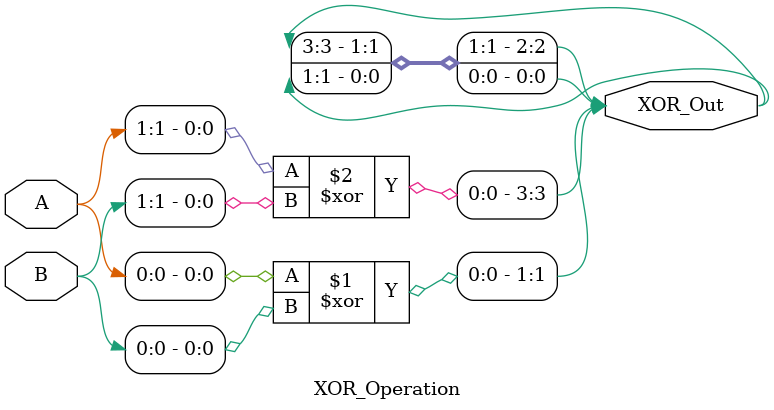
<source format=sv>
module XOR_Operation(
    input  logic [1:0] A,      // 2-bit operand A
    input  logic [1:0] B,      // 2-bit operand B
    output logic [3:0] XOR_Out // 4-bit XOR result
);
    // Perform bitwise XOR
    assign XOR_Out = { {2{A[1] ^ B[1]}}, {2{A[0] ^ B[0]}} };
endmodule

</source>
